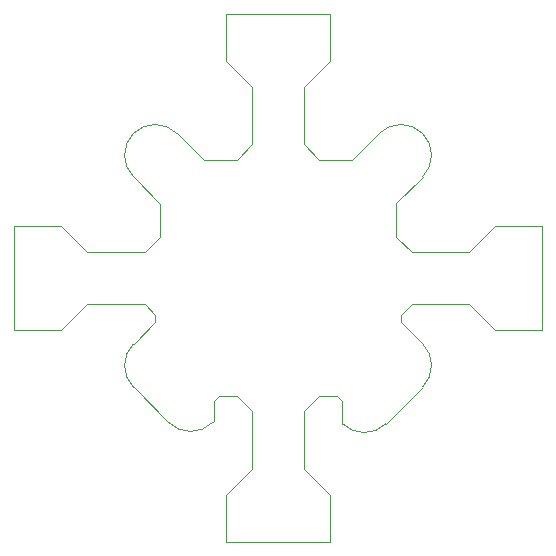
<source format=gbr>
%TF.GenerationSoftware,KiCad,Pcbnew,7.0.7*%
%TF.CreationDate,2023-11-23T17:05:24-08:00*%
%TF.ProjectId,sfh2430_breakout,73666832-3433-4305-9f62-7265616b6f75,rev?*%
%TF.SameCoordinates,Original*%
%TF.FileFunction,Profile,NP*%
%FSLAX46Y46*%
G04 Gerber Fmt 4.6, Leading zero omitted, Abs format (unit mm)*
G04 Created by KiCad (PCBNEW 7.0.7) date 2023-11-23 17:05:24*
%MOMM*%
%LPD*%
G01*
G04 APERTURE LIST*
%TA.AperFunction,Profile*%
%ADD10C,0.100000*%
%TD*%
G04 APERTURE END LIST*
D10*
X112950000Y-107550000D02*
X112950000Y-108150000D01*
X86350000Y-102250000D02*
X91250000Y-102250000D01*
X106050000Y-114450000D02*
X104750000Y-115750000D01*
X93988478Y-92211522D02*
G75*
G03*
X92150000Y-91450000I-1838478J-1838478D01*
G01*
X104750000Y-88250000D02*
X106920000Y-86080000D01*
X92150000Y-107550000D02*
X91250000Y-106650000D01*
X106920000Y-86080000D02*
X106920000Y-82080000D01*
X114788478Y-113688478D02*
X111683455Y-116786391D01*
X108850000Y-94450000D02*
X106050000Y-94450000D01*
X95135889Y-117451705D02*
G75*
G03*
X97009722Y-116675552I11J2650005D01*
G01*
X120920000Y-100080000D02*
X118750000Y-102250000D01*
X92550000Y-98150000D02*
X92550000Y-100950000D01*
X86350000Y-102250000D02*
X84180000Y-100080000D01*
X106920000Y-126820000D02*
X98180000Y-126820000D01*
X92550000Y-100950000D02*
X91250000Y-102250000D01*
X100350000Y-120650000D02*
X98180000Y-122820000D01*
X114788478Y-110011522D02*
X112950000Y-108150000D01*
X106050000Y-94450000D02*
X104750000Y-93150000D01*
X108006499Y-116786391D02*
X107950000Y-116750000D01*
X84180000Y-108820000D02*
X80180000Y-108820000D01*
X89550000Y-94050000D02*
G75*
G03*
X90311522Y-95888478I2600000J0D01*
G01*
X99050000Y-114450000D02*
X97550000Y-114450000D01*
X120920000Y-100080000D02*
X124920000Y-100080000D01*
X93988478Y-92211522D02*
X96250000Y-94450000D01*
X90311522Y-95888478D02*
X92550000Y-98150000D01*
X98180000Y-122820000D02*
X98180000Y-126820000D01*
X106920000Y-122820000D02*
X106920000Y-126820000D01*
X107950000Y-114900000D02*
X107950000Y-116750000D01*
X90326167Y-113723833D02*
X93297411Y-116690197D01*
X97100000Y-116600000D02*
X97009722Y-116675552D01*
X84180000Y-100080000D02*
X80180000Y-100080000D01*
X89550000Y-111850000D02*
G75*
G03*
X90326167Y-113723833I2650000J0D01*
G01*
X118750000Y-106650000D02*
X113850000Y-106650000D01*
X113850000Y-102250000D02*
X118750000Y-102250000D01*
X92150000Y-91450000D02*
G75*
G03*
X89550000Y-94050000I0J-2600000D01*
G01*
X106050000Y-114450000D02*
X107500000Y-114450000D01*
X99050000Y-94450000D02*
X100350000Y-93150000D01*
X104750000Y-115750000D02*
X104750000Y-120650000D01*
X114788478Y-95888478D02*
X112550000Y-98100000D01*
X124920000Y-100080000D02*
X124920000Y-108820000D01*
X90311522Y-110011522D02*
G75*
G03*
X89550000Y-111850000I1838478J-1838478D01*
G01*
X112550000Y-100950000D02*
X113850000Y-102250000D01*
X114788478Y-95888478D02*
G75*
G03*
X115550000Y-94050000I-1838478J1838478D01*
G01*
X114788478Y-113688478D02*
G75*
G03*
X115550000Y-111850000I-1838478J1838478D01*
G01*
X98180000Y-86080000D02*
X100350000Y-88250000D01*
X93297413Y-116690195D02*
G75*
G03*
X95135889Y-117451719I1838487J1838495D01*
G01*
X97100000Y-114900000D02*
X97100000Y-116600000D01*
X112550000Y-98100000D02*
X112550000Y-100950000D01*
X115550000Y-94050000D02*
G75*
G03*
X112950000Y-91450000I-2600000J0D01*
G01*
X107500000Y-114450000D02*
X107950000Y-114900000D01*
X108006508Y-116786382D02*
G75*
G03*
X109844977Y-117547913I1838492J1838482D01*
G01*
X100350000Y-93150000D02*
X100350000Y-88250000D01*
X109844977Y-117547893D02*
G75*
G03*
X111683455Y-116786391I23J2599993D01*
G01*
X98180000Y-86080000D02*
X98180000Y-82080000D01*
X98180000Y-82080000D02*
X106920000Y-82080000D01*
X97550000Y-114450000D02*
X97100000Y-114900000D01*
X99050000Y-114450000D02*
X100350000Y-115750000D01*
X84180000Y-108820000D02*
X86350000Y-106650000D01*
X90311522Y-110011522D02*
X92150000Y-108150000D01*
X112950000Y-91450000D02*
G75*
G03*
X111111522Y-92211522I0J-2600000D01*
G01*
X115550000Y-111850000D02*
G75*
G03*
X114788478Y-110011522I-2600000J0D01*
G01*
X118750000Y-106650000D02*
X120920000Y-108820000D01*
X104750000Y-88250000D02*
X104750000Y-93150000D01*
X91250000Y-106650000D02*
X86350000Y-106650000D01*
X80180000Y-108820000D02*
X80180000Y-100080000D01*
X92150000Y-107550000D02*
X92150000Y-108150000D01*
X120920000Y-108820000D02*
X124920000Y-108820000D01*
X111111522Y-92211522D02*
X108850000Y-94450000D01*
X96250000Y-94450000D02*
X99050000Y-94450000D01*
X100350000Y-120650000D02*
X100350000Y-115750000D01*
X106920000Y-122820000D02*
X104750000Y-120650000D01*
X112950000Y-107550000D02*
X113850000Y-106650000D01*
M02*

</source>
